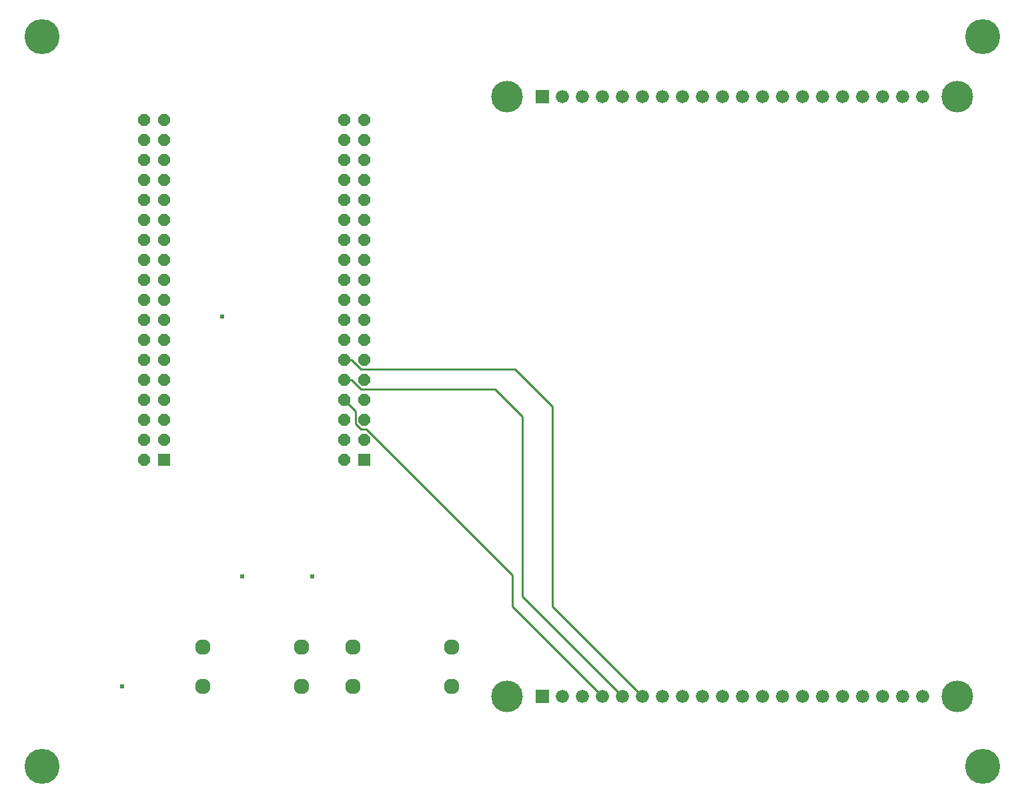
<source format=gbr>
G04 EAGLE Gerber RS-274X export*
G75*
%MOMM*%
%FSLAX34Y34*%
%LPD*%
%INBottom Copper*%
%IPPOS*%
%AMOC8*
5,1,8,0,0,1.08239X$1,22.5*%
G01*
%ADD10R,1.524000X1.524000*%
%ADD11P,1.649562X8X112.500000*%
%ADD12R,1.676400X1.676400*%
%ADD13C,1.676400*%
%ADD14C,4.016000*%
%ADD15C,1.960000*%
%ADD16C,4.445000*%
%ADD17C,0.609600*%
%ADD18C,0.254000*%


D10*
X447300Y427400D03*
D11*
X421900Y427400D03*
X447300Y452800D03*
X421900Y452800D03*
X447300Y478200D03*
X421900Y478200D03*
X447300Y503600D03*
X421900Y503600D03*
X447300Y529000D03*
X421900Y529000D03*
X447300Y554400D03*
X421900Y554400D03*
X447300Y579800D03*
X421900Y579800D03*
X447300Y605200D03*
X421900Y605200D03*
X447300Y630600D03*
X421900Y630600D03*
X447300Y656000D03*
X421900Y656000D03*
X447300Y681400D03*
X421900Y681400D03*
X447300Y706800D03*
X421900Y706800D03*
X447300Y732200D03*
X421900Y732200D03*
X447300Y757600D03*
X421900Y757600D03*
X447300Y783000D03*
X421900Y783000D03*
X447300Y808400D03*
X421900Y808400D03*
X447300Y833800D03*
X421900Y833800D03*
X447300Y859200D03*
X421900Y859200D03*
D10*
X193300Y427400D03*
D11*
X167900Y427400D03*
X193300Y452800D03*
X167900Y452800D03*
X193300Y478200D03*
X167900Y478200D03*
X193300Y503600D03*
X167900Y503600D03*
X193300Y529000D03*
X167900Y529000D03*
X193300Y554400D03*
X167900Y554400D03*
X193300Y579800D03*
X167900Y579800D03*
X193300Y605200D03*
X167900Y605200D03*
X193300Y630600D03*
X167900Y630600D03*
X193300Y656000D03*
X167900Y656000D03*
X193300Y681400D03*
X167900Y681400D03*
X193300Y706800D03*
X167900Y706800D03*
X193300Y732200D03*
X167900Y732200D03*
X193300Y757600D03*
X167900Y757600D03*
X193300Y783000D03*
X167900Y783000D03*
X193300Y808400D03*
X167900Y808400D03*
X193300Y833800D03*
X167900Y833800D03*
X193300Y859200D03*
X167900Y859200D03*
D12*
X673100Y889000D03*
D13*
X698500Y889000D03*
X723900Y889000D03*
X749300Y889000D03*
X774700Y889000D03*
X800100Y889000D03*
X825500Y889000D03*
X850900Y889000D03*
X876300Y889000D03*
X901700Y889000D03*
X927100Y889000D03*
X952500Y889000D03*
X977900Y889000D03*
X1003300Y889000D03*
X1028700Y889000D03*
X1054100Y889000D03*
X1079500Y889000D03*
X1104900Y889000D03*
X1130300Y889000D03*
X1155700Y889000D03*
D12*
X673100Y127000D03*
D13*
X698500Y127000D03*
X723900Y127000D03*
X749300Y127000D03*
X774700Y127000D03*
X800100Y127000D03*
X825500Y127000D03*
X850900Y127000D03*
X876300Y127000D03*
X901700Y127000D03*
X927100Y127000D03*
X952500Y127000D03*
X977900Y127000D03*
X1003300Y127000D03*
X1028700Y127000D03*
X1054100Y127000D03*
X1079500Y127000D03*
X1104900Y127000D03*
X1130300Y127000D03*
X1155700Y127000D03*
D14*
X628650Y127000D03*
X1200150Y127000D03*
X628650Y889000D03*
X1200150Y889000D03*
D15*
X557800Y190100D03*
X557800Y140100D03*
X432800Y140100D03*
X432800Y190100D03*
X367300Y190100D03*
X367300Y140100D03*
X242300Y140100D03*
X242300Y190100D03*
D16*
X38100Y38100D03*
X38100Y965200D03*
X1231900Y965200D03*
X1231900Y38100D03*
D17*
X381000Y279400D03*
X292100Y279400D03*
X139700Y139700D03*
X266700Y609600D03*
D18*
X635000Y241300D02*
X749300Y127000D01*
X442566Y466770D02*
X435870Y473466D01*
X435870Y489630D02*
X421900Y503600D01*
X435870Y489630D02*
X435870Y473466D01*
X449495Y466770D02*
X635000Y281265D01*
X449495Y466770D02*
X442566Y466770D01*
X635000Y281265D02*
X635000Y241300D01*
X647700Y254000D02*
X774700Y127000D01*
X647700Y254000D02*
X647700Y482600D01*
X431136Y529000D02*
X421900Y529000D01*
X431136Y529000D02*
X442566Y517570D01*
X612730Y517570D02*
X647700Y482600D01*
X612730Y517570D02*
X442566Y517570D01*
X685800Y241300D02*
X800100Y127000D01*
X685800Y241300D02*
X685800Y495300D01*
X431136Y554400D02*
X421900Y554400D01*
X431136Y554400D02*
X442566Y542970D01*
X638130Y542970D02*
X685800Y495300D01*
X638130Y542970D02*
X442566Y542970D01*
M02*

</source>
